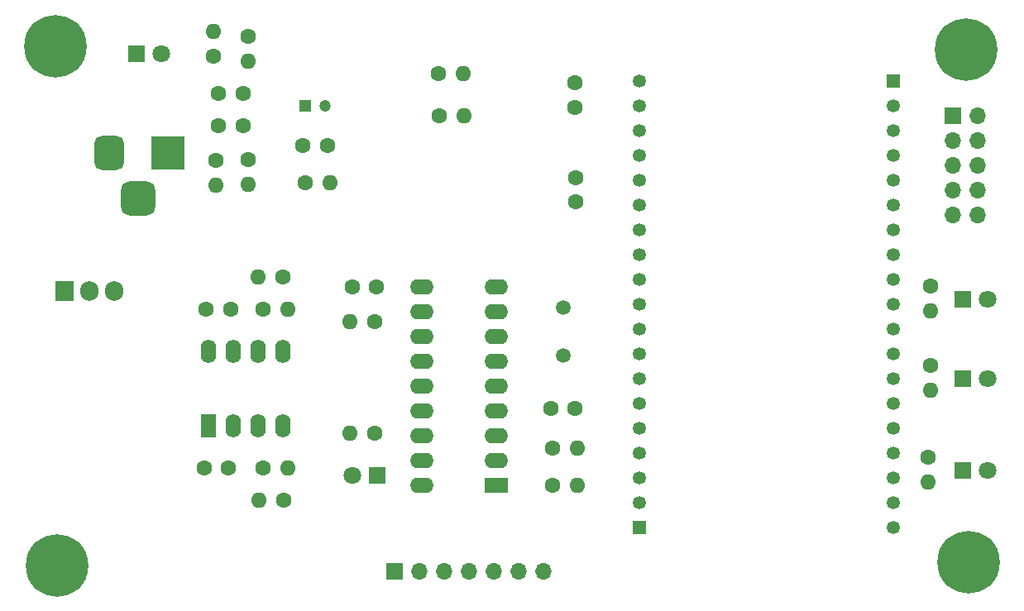
<source format=gbr>
%TF.GenerationSoftware,KiCad,Pcbnew,8.0.5*%
%TF.CreationDate,2024-12-04T22:32:08+01:00*%
%TF.ProjectId,ESP-Unit,4553502d-556e-4697-942e-6b696361645f,rev?*%
%TF.SameCoordinates,Original*%
%TF.FileFunction,Copper,L2,Bot*%
%TF.FilePolarity,Positive*%
%FSLAX46Y46*%
G04 Gerber Fmt 4.6, Leading zero omitted, Abs format (unit mm)*
G04 Created by KiCad (PCBNEW 8.0.5) date 2024-12-04 22:32:08*
%MOMM*%
%LPD*%
G01*
G04 APERTURE LIST*
G04 Aperture macros list*
%AMRoundRect*
0 Rectangle with rounded corners*
0 $1 Rounding radius*
0 $2 $3 $4 $5 $6 $7 $8 $9 X,Y pos of 4 corners*
0 Add a 4 corners polygon primitive as box body*
4,1,4,$2,$3,$4,$5,$6,$7,$8,$9,$2,$3,0*
0 Add four circle primitives for the rounded corners*
1,1,$1+$1,$2,$3*
1,1,$1+$1,$4,$5*
1,1,$1+$1,$6,$7*
1,1,$1+$1,$8,$9*
0 Add four rect primitives between the rounded corners*
20,1,$1+$1,$2,$3,$4,$5,0*
20,1,$1+$1,$4,$5,$6,$7,0*
20,1,$1+$1,$6,$7,$8,$9,0*
20,1,$1+$1,$8,$9,$2,$3,0*%
G04 Aperture macros list end*
%TA.AperFunction,ComponentPad*%
%ADD10R,1.600000X2.400000*%
%TD*%
%TA.AperFunction,ComponentPad*%
%ADD11O,1.600000X2.400000*%
%TD*%
%TA.AperFunction,ComponentPad*%
%ADD12O,1.600000X1.600000*%
%TD*%
%TA.AperFunction,ComponentPad*%
%ADD13C,1.600000*%
%TD*%
%TA.AperFunction,ComponentPad*%
%ADD14C,0.800000*%
%TD*%
%TA.AperFunction,ComponentPad*%
%ADD15C,6.400000*%
%TD*%
%TA.AperFunction,ComponentPad*%
%ADD16C,1.500000*%
%TD*%
%TA.AperFunction,ComponentPad*%
%ADD17C,1.200000*%
%TD*%
%TA.AperFunction,ComponentPad*%
%ADD18R,1.200000X1.200000*%
%TD*%
%TA.AperFunction,ComponentPad*%
%ADD19R,1.800000X1.800000*%
%TD*%
%TA.AperFunction,ComponentPad*%
%ADD20C,1.800000*%
%TD*%
%TA.AperFunction,ComponentPad*%
%ADD21R,2.400000X1.600000*%
%TD*%
%TA.AperFunction,ComponentPad*%
%ADD22O,2.400000X1.600000*%
%TD*%
%TA.AperFunction,ComponentPad*%
%ADD23O,1.905000X2.000000*%
%TD*%
%TA.AperFunction,ComponentPad*%
%ADD24R,1.905000X2.000000*%
%TD*%
%TA.AperFunction,ComponentPad*%
%ADD25R,1.700000X1.700000*%
%TD*%
%TA.AperFunction,ComponentPad*%
%ADD26O,1.700000X1.700000*%
%TD*%
%TA.AperFunction,ComponentPad*%
%ADD27RoundRect,0.875000X-0.875000X-0.875000X0.875000X-0.875000X0.875000X0.875000X-0.875000X0.875000X0*%
%TD*%
%TA.AperFunction,ComponentPad*%
%ADD28RoundRect,0.750000X-0.750000X-1.000000X0.750000X-1.000000X0.750000X1.000000X-0.750000X1.000000X0*%
%TD*%
%TA.AperFunction,ComponentPad*%
%ADD29R,3.500000X3.500000*%
%TD*%
%TA.AperFunction,ComponentPad*%
%ADD30R,1.350000X1.350000*%
%TD*%
%TA.AperFunction,ComponentPad*%
%ADD31C,1.350000*%
%TD*%
G04 APERTURE END LIST*
D10*
%TO.P,U3,1,1OUT*%
%TO.N,/Audio_SLIC-Amp*%
X172003000Y-93477000D03*
D11*
%TO.P,U3,2,1IN-*%
%TO.N,Net-(U3-1IN-)*%
X174543000Y-93477000D03*
%TO.P,U3,3,1IN+*%
%TO.N,/Vref*%
X177083000Y-93477000D03*
%TO.P,U3,4,GND*%
%TO.N,Earth*%
X179623000Y-93477000D03*
%TO.P,U3,5,2IN+*%
%TO.N,/Vref*%
X179623000Y-85857000D03*
%TO.P,U3,6,2IN-*%
%TO.N,Net-(U3-2IN-)*%
X177083000Y-85857000D03*
%TO.P,U3,7,2OUT*%
%TO.N,/Audio_ESP32-Amp*%
X174543000Y-85857000D03*
%TO.P,U3,8,VCC*%
%TO.N,/5V*%
X172003000Y-85857000D03*
%TD*%
D12*
%TO.P,R1,2*%
%TO.N,/5V*%
X172720000Y-68834000D03*
D13*
%TO.P,R1,1*%
%TO.N,Net-(U2-ADJ)*%
X172720000Y-66294000D03*
%TD*%
%TO.P,C1,2*%
%TO.N,Earth*%
X173014000Y-62738000D03*
%TO.P,C1,1*%
%TO.N,Net-(U2-VI)*%
X175514000Y-62738000D03*
%TD*%
D14*
%TO.P,H4,1,1*%
%TO.N,Earth*%
X154064000Y-107776944D03*
X154766944Y-106079888D03*
X154766944Y-109474000D03*
X156464000Y-105376944D03*
D15*
X156464000Y-107776944D03*
D14*
X156464000Y-110176944D03*
X158161056Y-106079888D03*
X158161056Y-109474000D03*
X158864000Y-107776944D03*
%TD*%
D13*
%TO.P,R3,1*%
%TO.N,/Audio_SLIC*%
X177572000Y-97780000D03*
D12*
%TO.P,R3,2*%
%TO.N,Net-(U3-1IN-)*%
X180112000Y-97780000D03*
%TD*%
D13*
%TO.P,R16,1*%
%TO.N,Net-(D3-A)*%
X245872000Y-79219000D03*
D12*
%TO.P,R16,2*%
%TO.N,/WiFi_LED*%
X245872000Y-81759000D03*
%TD*%
D13*
%TO.P,R14,1*%
%TO.N,Net-(U3-2IN-)*%
X177552000Y-81524000D03*
D12*
%TO.P,R14,2*%
%TO.N,/Audio_ESP32*%
X180092000Y-81524000D03*
%TD*%
D16*
%TO.P,Y1,1,1*%
%TO.N,Net-(IC1-OSC1)*%
X208280000Y-86270000D03*
%TO.P,Y1,2,2*%
%TO.N,Net-(IC1-OSC2)*%
X208280000Y-81390000D03*
%TD*%
D13*
%TO.P,R9,1*%
%TO.N,Net-(IC1-ST{slash}GT)*%
X188996000Y-82804000D03*
D12*
%TO.P,R9,2*%
%TO.N,Net-(IC1-EST)*%
X186456000Y-82804000D03*
%TD*%
D17*
%TO.P,C7,2*%
%TO.N,Earth*%
X183907401Y-60706000D03*
D18*
%TO.P,C7,1*%
%TO.N,/Vref*%
X181907401Y-60706000D03*
%TD*%
D13*
%TO.P,C2,2*%
%TO.N,Earth*%
X173014000Y-59436000D03*
%TO.P,C2,1*%
%TO.N,/5V*%
X175514000Y-59436000D03*
%TD*%
D19*
%TO.P,D5,1,K*%
%TO.N,Earth*%
X249169000Y-98044000D03*
D20*
%TO.P,D5,2,A*%
%TO.N,Net-(D5-A)*%
X251709000Y-98044000D03*
%TD*%
D13*
%TO.P,C4,1*%
%TO.N,Net-(C4-Pad1)*%
X209510000Y-91694000D03*
%TO.P,C4,2*%
%TO.N,/Audio_SLIC-Amp*%
X207010000Y-91694000D03*
%TD*%
%TO.P,C3,1*%
%TO.N,/Audio_SLIC-Amp*%
X171525000Y-97780000D03*
%TO.P,C3,2*%
%TO.N,Net-(U3-1IN-)*%
X174025000Y-97780000D03*
%TD*%
D21*
%TO.P,IC1,1,IN+*%
%TO.N,Net-(IC1-IN+)*%
X201437000Y-99558000D03*
D22*
%TO.P,IC1,2,IN-*%
%TO.N,Net-(IC1-IN-)*%
X201437000Y-97018000D03*
%TO.P,IC1,3,GS*%
%TO.N,Net-(IC1-GS)*%
X201437000Y-94478000D03*
%TO.P,IC1,4,VREF*%
%TO.N,Net-(IC1-IN+)*%
X201437000Y-91938000D03*
%TO.P,IC1,5,INH*%
%TO.N,Earth*%
X201437000Y-89398000D03*
%TO.P,IC1,6,PWDN*%
%TO.N,/MT8870_PWDN*%
X201437000Y-86858000D03*
%TO.P,IC1,7,OSC1*%
%TO.N,Net-(IC1-OSC1)*%
X201437000Y-84318000D03*
%TO.P,IC1,8,OSC2*%
%TO.N,Net-(IC1-OSC2)*%
X201437000Y-81778000D03*
%TO.P,IC1,9,VSS*%
%TO.N,Earth*%
X201437000Y-79238000D03*
%TO.P,IC1,10,TOE*%
%TO.N,/5V*%
X193817000Y-79238000D03*
%TO.P,IC1,11,Q1*%
%TO.N,Net-(IC1-Q1)*%
X193817000Y-81778000D03*
%TO.P,IC1,12,Q2*%
%TO.N,Net-(IC1-Q2)*%
X193817000Y-84318000D03*
%TO.P,IC1,13,Q3*%
%TO.N,Net-(IC1-Q3)*%
X193817000Y-86858000D03*
%TO.P,IC1,14,Q4*%
%TO.N,Net-(IC1-Q4)*%
X193817000Y-89398000D03*
%TO.P,IC1,15,STD*%
%TO.N,Net-(IC1-STD)*%
X193817000Y-91938000D03*
%TO.P,IC1,16,EST*%
%TO.N,Net-(IC1-EST)*%
X193817000Y-94478000D03*
%TO.P,IC1,17,ST/GT*%
%TO.N,Net-(IC1-ST{slash}GT)*%
X193817000Y-97018000D03*
%TO.P,IC1,18,VDD*%
%TO.N,/5V*%
X193817000Y-99558000D03*
%TD*%
D13*
%TO.P,R17,1*%
%TO.N,Net-(D4-A)*%
X245618000Y-96745000D03*
D12*
%TO.P,R17,2*%
%TO.N,/MQTT_LED*%
X245618000Y-99285000D03*
%TD*%
D20*
%TO.P,D1,2,A*%
%TO.N,Net-(D1-A)*%
X167127000Y-55372000D03*
D19*
%TO.P,D1,1,K*%
%TO.N,Earth*%
X164587000Y-55372000D03*
%TD*%
D13*
%TO.P,R8,1*%
%TO.N,Net-(IC1-IN-)*%
X207215000Y-95758000D03*
D12*
%TO.P,R8,2*%
%TO.N,Net-(C4-Pad1)*%
X209755000Y-95758000D03*
%TD*%
D23*
%TO.P,U2,3,VI*%
%TO.N,Net-(U2-VI)*%
X162306000Y-79685000D03*
%TO.P,U2,2,VO*%
%TO.N,/5V*%
X159766000Y-79685000D03*
D24*
%TO.P,U2,1,ADJ*%
%TO.N,Net-(U2-ADJ)*%
X157226000Y-79685000D03*
%TD*%
D25*
%TO.P,J3,1,Pin_1*%
%TO.N,/SDA*%
X191008000Y-108433000D03*
D26*
%TO.P,J3,2,Pin_2*%
%TO.N,/SLC*%
X193548000Y-108433000D03*
%TO.P,J3,3,Pin_3*%
%TO.N,/SLIC_INT*%
X196088000Y-108433000D03*
%TO.P,J3,4,Pin_4*%
%TO.N,/MCP_RESET*%
X198628000Y-108433000D03*
%TO.P,J3,5,Pin_5*%
%TO.N,/Audio_SLIC*%
X201168000Y-108433000D03*
%TO.P,J3,6,Pin_6*%
%TO.N,/5V*%
X203708000Y-108433000D03*
%TO.P,J3,7,Pin_7*%
%TO.N,Earth*%
X206248000Y-108433000D03*
%TD*%
D25*
%TO.P,J2,1,Pin_1*%
%TO.N,/3V3*%
X248153000Y-61727000D03*
D26*
%TO.P,J2,2,Pin_2*%
%TO.N,Earth*%
X250693000Y-61727000D03*
%TO.P,J2,3,Pin_3*%
X248153000Y-64267000D03*
%TO.P,J2,4,Pin_4*%
X250693000Y-64267000D03*
%TO.P,J2,5,Pin_5*%
X248153000Y-66807000D03*
%TO.P,J2,6,Pin_6*%
%TO.N,/TMS*%
X250693000Y-66807000D03*
%TO.P,J2,7,Pin_7*%
%TO.N,/TCK*%
X248153000Y-69347000D03*
%TO.P,J2,8,Pin_8*%
%TO.N,/TDO*%
X250693000Y-69347000D03*
%TO.P,J2,9,Pin_9*%
%TO.N,/TDI*%
X248153000Y-71887000D03*
%TO.P,J2,10,Pin_10*%
%TO.N,unconnected-(J2-Pin_10-Pad10)*%
X250693000Y-71887000D03*
%TD*%
D13*
%TO.P,R10,1*%
%TO.N,Net-(IC1-IN-)*%
X207215000Y-99568000D03*
D12*
%TO.P,R10,2*%
%TO.N,Net-(IC1-GS)*%
X209755000Y-99568000D03*
%TD*%
D13*
%TO.P,R18,1*%
%TO.N,/Hook_Status_LED*%
X245872000Y-87347000D03*
D12*
%TO.P,R18,2*%
%TO.N,Net-(D5-A)*%
X245872000Y-89887000D03*
%TD*%
D13*
%TO.P,C9,1*%
%TO.N,Earth*%
X209550000Y-68092000D03*
%TO.P,C9,2*%
%TO.N,/5V*%
X209550000Y-70592000D03*
%TD*%
%TO.P,R15,1*%
%TO.N,/Audio_ESP32-Amp*%
X179613000Y-78222000D03*
D12*
%TO.P,R15,2*%
%TO.N,Net-(U3-2IN-)*%
X177073000Y-78222000D03*
%TD*%
D13*
%TO.P,R12,1*%
%TO.N,/5V*%
X195580000Y-61722000D03*
D12*
%TO.P,R12,2*%
%TO.N,/SLC*%
X198120000Y-61722000D03*
%TD*%
D19*
%TO.P,D3,1,K*%
%TO.N,Earth*%
X249169000Y-80518000D03*
D20*
%TO.P,D3,2,A*%
%TO.N,Net-(D3-A)*%
X251709000Y-80518000D03*
%TD*%
D14*
%TO.P,H2,1,1*%
%TO.N,Earth*%
X247422000Y-107442000D03*
X248124944Y-105744944D03*
X248124944Y-109139056D03*
X249822000Y-105042000D03*
D15*
X249822000Y-107442000D03*
D14*
X249822000Y-109842000D03*
X251519056Y-105744944D03*
X251519056Y-109139056D03*
X252222000Y-107442000D03*
%TD*%
D12*
%TO.P,R6,2*%
%TO.N,/Vref*%
X176022000Y-56134000D03*
D13*
%TO.P,R6,1*%
%TO.N,/5V*%
X176022000Y-53594000D03*
%TD*%
D27*
%TO.P,J1,3*%
%TO.N,N/C*%
X164798000Y-70232000D03*
D28*
%TO.P,J1,2*%
%TO.N,Earth*%
X161798000Y-65532000D03*
D29*
%TO.P,J1,1*%
%TO.N,Net-(U2-VI)*%
X167798000Y-65532000D03*
%TD*%
D13*
%TO.P,R11,1*%
%TO.N,Net-(IC1-STD)*%
X188971000Y-94234000D03*
D12*
%TO.P,R11,2*%
%TO.N,Net-(D2-A)*%
X186431000Y-94234000D03*
%TD*%
D19*
%TO.P,D2,1,K*%
%TO.N,Earth*%
X189230000Y-98552000D03*
D20*
%TO.P,D2,2,A*%
%TO.N,Net-(D2-A)*%
X186690000Y-98552000D03*
%TD*%
D12*
%TO.P,R7,2*%
%TO.N,Earth*%
X184406401Y-68580000D03*
D13*
%TO.P,R7,1*%
%TO.N,/Vref*%
X181866401Y-68580000D03*
%TD*%
%TO.P,C6,1*%
%TO.N,/5V*%
X186710000Y-79248000D03*
%TO.P,C6,2*%
%TO.N,Net-(IC1-ST{slash}GT)*%
X189210000Y-79248000D03*
%TD*%
%TO.P,C8,1*%
%TO.N,Earth*%
X209522000Y-58371500D03*
%TO.P,C8,2*%
%TO.N,/5V*%
X209522000Y-60871500D03*
%TD*%
%TO.P,R13,1*%
%TO.N,/5V*%
X195551000Y-57404000D03*
D12*
%TO.P,R13,2*%
%TO.N,/SDA*%
X198091000Y-57404000D03*
%TD*%
D30*
%TO.P,U1,J4_1,GND_J4_1*%
%TO.N,Earth*%
X242108000Y-58166000D03*
D31*
%TO.P,U1,J4_2,G23*%
%TO.N,unconnected-(U1-G23-PadJ4_2)*%
X242108000Y-60706000D03*
%TO.P,U1,J4_3,G22*%
%TO.N,/SCL_3V*%
X242108000Y-63246000D03*
%TO.P,U1,J4_4,TXD*%
%TO.N,unconnected-(U1-TXD-PadJ4_4)*%
X242108000Y-65786000D03*
%TO.P,U1,J4_5,RXD*%
%TO.N,unconnected-(U1-RXD-PadJ4_5)*%
X242108000Y-68326000D03*
%TO.P,U1,J4_6,G21*%
%TO.N,/SDA_3V*%
X242108000Y-70866000D03*
%TO.P,U1,J4_7,GND_J4_7*%
%TO.N,Earth*%
X242108000Y-73406000D03*
%TO.P,U1,J4_8,G19*%
%TO.N,unconnected-(U1-G19-PadJ4_8)*%
X242108000Y-75946000D03*
%TO.P,U1,J4_9,G18*%
%TO.N,/WiFi_LED*%
X242108000Y-78486000D03*
%TO.P,U1,J4_10,G5*%
%TO.N,/Q4_3V*%
X242108000Y-81026000D03*
%TO.P,U1,J4_11,G17*%
%TO.N,/MQTT_LED*%
X242108000Y-83566000D03*
%TO.P,U1,J4_12,G16*%
%TO.N,/Hook_Status_LED*%
X242108000Y-86106000D03*
%TO.P,U1,J4_13,G4*%
%TO.N,/Q3_3V*%
X242108000Y-88646000D03*
%TO.P,U1,J4_14,G0*%
%TO.N,/Q1_3V*%
X242108000Y-91186000D03*
%TO.P,U1,J4_15,G2*%
%TO.N,/Q2_3V*%
X242108000Y-93726000D03*
%TO.P,U1,J4_16,G15*%
%TO.N,/TDO*%
X242108000Y-96266000D03*
%TO.P,U1,J4_17,SD1*%
%TO.N,unconnected-(U1-SD1-PadJ4_17)*%
X242108000Y-98806000D03*
%TO.P,U1,J4_18,SD0*%
%TO.N,unconnected-(U1-SD0-PadJ4_18)*%
X242108000Y-101346000D03*
%TO.P,U1,J4_19,CLK*%
%TO.N,unconnected-(U1-CLK-PadJ4_19)*%
X242108000Y-103886000D03*
D30*
%TO.P,U1,J5_1,5V*%
%TO.N,/5V*%
X216108000Y-103886000D03*
D31*
%TO.P,U1,J5_2,CMD*%
%TO.N,unconnected-(U1-CMD-PadJ5_2)*%
X216108000Y-101346000D03*
%TO.P,U1,J5_3,SD3*%
%TO.N,unconnected-(U1-SD3-PadJ5_3)*%
X216108000Y-98806000D03*
%TO.P,U1,J5_4,SD2*%
%TO.N,unconnected-(U1-SD2-PadJ5_4)*%
X216108000Y-96266000D03*
%TO.P,U1,J5_5,G13*%
%TO.N,/TCK*%
X216108000Y-93726000D03*
%TO.P,U1,J5_6,GND_J5_6*%
%TO.N,Earth*%
X216108000Y-91186000D03*
%TO.P,U1,J5_7,G12*%
%TO.N,/TDI*%
X216108000Y-88646000D03*
%TO.P,U1,J5_8,G14*%
%TO.N,/TMS*%
X216108000Y-86106000D03*
%TO.P,U1,J5_9,G27*%
%TO.N,unconnected-(U1-G27-PadJ5_9)*%
X216108000Y-83566000D03*
%TO.P,U1,J5_10,G26*%
%TO.N,unconnected-(U1-G26-PadJ5_10)*%
X216108000Y-81026000D03*
%TO.P,U1,J5_11,G25*%
%TO.N,/Audio_ESP32*%
X216108000Y-78486000D03*
%TO.P,U1,J5_12,G33*%
%TO.N,/MT8870_PWDN_3V*%
X216108000Y-75946000D03*
%TO.P,U1,J5_13,G32*%
%TO.N,unconnected-(U1-G32-PadJ5_13)*%
X216108000Y-73406000D03*
%TO.P,U1,J5_14,G35*%
%TO.N,/MCP_RESET_3V*%
X216108000Y-70866000D03*
%TO.P,U1,J5_15,G34*%
%TO.N,/SLIC_INT_3V*%
X216108000Y-68326000D03*
%TO.P,U1,J5_16,SN*%
%TO.N,unconnected-(U1-SN-PadJ5_16)*%
X216108000Y-65786000D03*
%TO.P,U1,J5_17,SP*%
%TO.N,unconnected-(U1-SP-PadJ5_17)*%
X216108000Y-63246000D03*
%TO.P,U1,J5_18,EN*%
%TO.N,unconnected-(U1-EN-PadJ5_18)*%
X216108000Y-60706000D03*
%TO.P,U1,J5_19,3V3*%
%TO.N,/3V3*%
X216108000Y-58166000D03*
%TD*%
D14*
%TO.P,H3,1,1*%
%TO.N,Earth*%
X247108944Y-54944944D03*
X247811888Y-53247888D03*
X247811888Y-56642000D03*
X249508944Y-52544944D03*
D15*
X249508944Y-54944944D03*
D14*
X249508944Y-57344944D03*
X251206000Y-53247888D03*
X251206000Y-56642000D03*
X251908944Y-54944944D03*
%TD*%
D13*
%TO.P,R5,1*%
%TO.N,Net-(U3-1IN-)*%
X179662000Y-101082000D03*
D12*
%TO.P,R5,2*%
%TO.N,/Audio_SLIC-Amp*%
X177122000Y-101082000D03*
%TD*%
%TO.P,R4,2*%
%TO.N,Net-(D1-A)*%
X172466000Y-53115000D03*
D13*
%TO.P,R4,1*%
%TO.N,/5V*%
X172466000Y-55655000D03*
%TD*%
D14*
%TO.P,H1,1,1*%
%TO.N,Earth*%
X153950000Y-54610000D03*
X154652944Y-52912944D03*
X154652944Y-56307056D03*
X156350000Y-52210000D03*
D15*
X156350000Y-54610000D03*
D14*
X156350000Y-57010000D03*
X158047056Y-52912944D03*
X158047056Y-56307056D03*
X158750000Y-54610000D03*
%TD*%
D19*
%TO.P,D4,1,K*%
%TO.N,Earth*%
X249169000Y-88646000D03*
D20*
%TO.P,D4,2,A*%
%TO.N,Net-(D4-A)*%
X251709000Y-88646000D03*
%TD*%
D13*
%TO.P,C10,1*%
%TO.N,Net-(U3-2IN-)*%
X174259000Y-81524000D03*
%TO.P,C10,2*%
%TO.N,/Audio_ESP32-Amp*%
X171759000Y-81524000D03*
%TD*%
%TO.P,C5,2*%
%TO.N,/Vref*%
X181661401Y-64770000D03*
%TO.P,C5,1*%
%TO.N,Earth*%
X184161401Y-64770000D03*
%TD*%
D12*
%TO.P,R2,2*%
%TO.N,Earth*%
X176022000Y-68805000D03*
D13*
%TO.P,R2,1*%
%TO.N,Net-(U2-ADJ)*%
X176022000Y-66265000D03*
%TD*%
M02*

</source>
